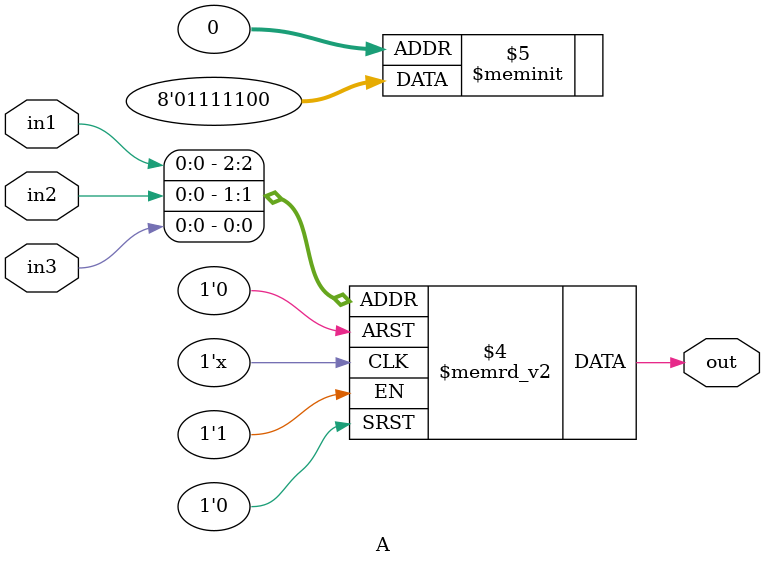
<source format=v>
module A(output out, input in1, in2, in3);
  always@(in1,in2)
    begin
      case({in1,in2,in3})
        3'b000: {out} = 1'b0;
        3'b001: {out} = 1'b0;
        3'b010: {out} = 1'b1;
        3'b011: {out} = 1'b1;
        3'b100: {out} = 1'b1;
        3'b101: {out} = 1'b1;
        3'b110: {out} = 1'b1;
        3'b111: {out} = 1'b0;
      endcase
    end
endmodule
</source>
